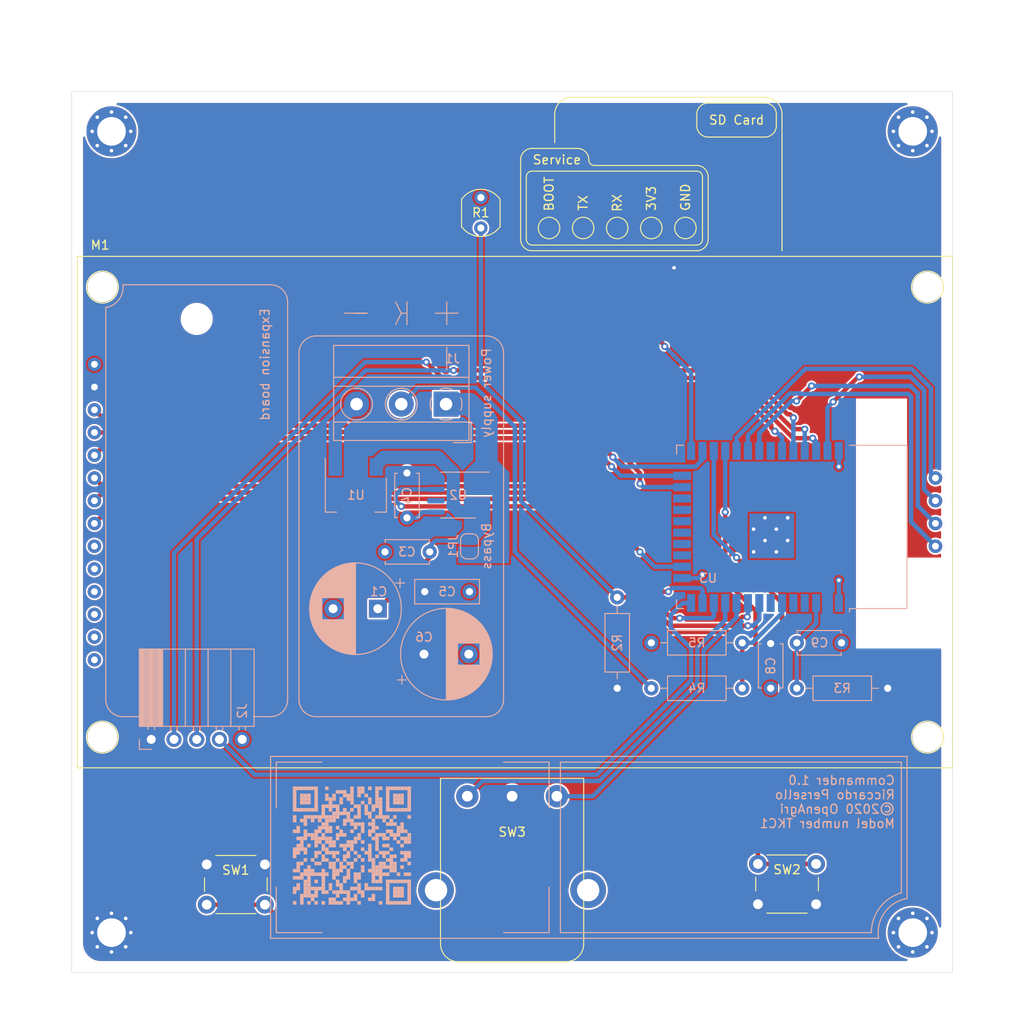
<source format=kicad_pcb>
(kicad_pcb (version 20171130) (host pcbnew "(5.1.5-0-10_14)")
  (layers (0 F.Cu signal) (31 B.Cu signal) (34 B.Paste user hide) (35 F.Paste user hide) (36 B.SilkS user) (37 F.SilkS user) (38 B.Mask user) (39 F.Mask user) (44 Edge.Cuts user))
  (net 0 "")
  (net 1 /PR_BOOT)
  (net 2 /PR_TX)
  (net 3 /PR_RX)
  (net 4 +3V3)
  (net 5 GND)
  (net 6 +12V)
  (net 7 "Net-(J1-Pad1)")
  (net 8 "Net-(U2-Pad6)")
  (net 9 "Net-(U3-Pad4)")
  (net 10 "Net-(U3-Pad5)")
  (net 11 "Net-(U3-Pad7)")
  (net 12 /PB_ENT)
  (net 13 /PB_BACK)
  (net 14 /ENC_A)
  (net 15 /ENC_B)
  (net 16 /TFT_BL)
  (net 17 /TFT_SCK)
  (net 18 /TFT_DI)
  (net 19 "Net-(U3-Pad17)")
  (net 20 "Net-(U3-Pad18)")
  (net 21 "Net-(U3-Pad19)")
  (net 22 "Net-(U3-Pad20)")
  (net 23 "Net-(U3-Pad21)")
  (net 24 "Net-(U3-Pad22)")
  (net 25 /TFT_CS)
  (net 26 /TFT_RS)
  (net 27 /TFT_RST)
  (net 28 "Net-(U3-Pad32)")
  (net 29 "Net-(C9-Pad2)")
  (net 30 "Net-(J1-Pad2)")
  (net 31 /EX_1)
  (net 32 /EX_2)
  (net 33 /EX_3)
  (net 34 /SD_SCK)
  (net 35 /SD_MISO)
  (net 36 /SD_MOSI)
  (net 37 /SD_CS)
  (net 38 /AN_LIGHT)
  (net 39 /AN_VOLT)
  (net 40 /AN_CURR)
  (net 41 "Net-(M1-Pad6)")
  (net 42 "Net-(M1-Pad5)")
  (net 43 "Net-(M1-Pad4)")
  (net 44 "Net-(M1-Pad3)")
  (net 45 "Net-(M1-Pad2)")
  (net 46 "Net-(M1-Pad1)")
  (module MountingHole:MountingHole_3.2mm_M3_DIN965_Pad (layer F.Cu) (at 99.695 144.78)
    (fp_text reference " " (at 0 -3.8) (layer F.SilkS))
    (fp_text value MountingHole_3.2mm_M3_DIN965_Pad)
    (pad 1 thru_hole circle (at 0 0) (size 5.6 5.6) (drill 3.2) (layers *.Cu *.Mask))
  )
  (module MountingHole:MountingHole_3.2mm_M3_DIN965_Pad (layer F.Cu) (at 189.23 144.78)
    (fp_text reference " " (at 0 -3.8) (layer F.SilkS))
    (fp_text value MountingHole_3.2mm_M3_DIN965_Pad)
    (pad 1 thru_hole circle (at 0 0) (size 5.6 5.6) (drill 3.2) (layers *.Cu *.Mask))
  )
  (module MountingHole:MountingHole_3.2mm_M3_DIN965_Pad (layer F.Cu) (at 189.23 55.245)
    (fp_text reference " " (at 0 -3.8) (layer F.SilkS))
    (fp_text value MountingHole_3.2mm_M3_DIN965_Pad)
    (pad 1 thru_hole circle (at 0 0) (size 5.6 5.6) (drill 3.2) (layers *.Cu *.Mask))
  )
  (module MountingHole:MountingHole_3.2mm_M3_DIN965_Pad (layer F.Cu) (at 99.695 55.245)
    (fp_text reference " " (at 0 -3.8) (layer F.SilkS))
    (fp_text value MountingHole_3.2mm_M3_DIN965_Pad)
    (pad 1 thru_hole circle (at 0 0) (size 5.6 5.6) (drill 3.2) (layers *.Cu *.Mask))
  )
  (module ILI9488_Display:QRCODE (layer B.Cu) (at 126.365 135.255 180)
    (fp_text reference " " (at 0 -8) (layer B.SilkS) (effects (justify mirror)))
    (fp_text value " " (at 0 8) (layer B.SilkS) (effects (justify mirror)))
  )
  (module MountingHole:MountingHole_3.2mm_M3 (layer F.Cu) (at 109.22 76.2)
    (fp_text reference " " (at 0 5.08) (layer F.SilkS))
    (fp_text value MountingHole_3.2mm_M3)
    (pad 1 np_thru_hole circle (at 0 0) (size 3.2 3.2) (drill 3.2) (layers *.Cu *.Mask))
  )
  (module ILI9488_Display:3.5_TFT_SPI_480_320 (layer F.Cu) (at 95.885 126.365)
    (fp_text reference M1 (at 2.54 -58.42) (layer F.SilkS))
    (fp_text value 3.5_TFT_SPI_480_320)
    (pad 18 thru_hole circle (at 95.885 -24.765) (size 1.524 1.524) (drill 0.762) (layers *.Cu *.Mask) (net 34 /SD_SCK))
    (pad 17 thru_hole circle (at 95.885 -27.305) (size 1.524 1.524) (drill 0.762) (layers *.Cu *.Mask) (net 35 /SD_MISO))
    (pad 16 thru_hole circle (at 95.885 -29.845) (size 1.524 1.524) (drill 0.762) (layers *.Cu *.Mask) (net 36 /SD_MOSI))
    (pad 15 thru_hole circle (at 95.885 -32.385) (size 1.524 1.524) (drill 0.762) (layers *.Cu *.Mask) (net 37 /SD_CS))
    (pad "" np_thru_hole circle (at 2.794 -3.429) (size 3 3) (drill 3) (layers *.Cu *.Mask))
    (pad "" np_thru_hole circle (at 94.996 -3.429) (size 3 3) (drill 3) (layers *.Cu *.Mask))
    (pad "" np_thru_hole circle (at 94.996 -53.721) (size 3 3) (drill 3) (layers *.Cu *.Mask))
    (pad "" np_thru_hole circle (at 2.794 -53.721) (size 3 3) (drill 3) (layers *.Cu *.Mask))
    (pad 14 thru_hole circle (at 1.905 -45.085) (size 1.524 1.524) (drill 0.762) (layers *.Cu *.Mask) (net 5 GND))
    (pad 13 thru_hole circle (at 1.905 -42.545) (size 1.524 1.524) (drill 0.762) (layers *.Cu *.Mask) (net 4 +3V3))
    (pad 12 thru_hole circle (at 1.905 -40.005) (size 1.524 1.524) (drill 0.762) (layers *.Cu *.Mask) (net 25 /TFT_CS))
    (pad 11 thru_hole circle (at 1.905 -37.465) (size 1.524 1.524) (drill 0.762) (layers *.Cu *.Mask) (net 27 /TFT_RST))
    (pad 10 thru_hole circle (at 1.905 -34.925) (size 1.524 1.524) (drill 0.762) (layers *.Cu *.Mask) (net 26 /TFT_RS))
    (pad 9 thru_hole circle (at 1.905 -32.385) (size 1.524 1.524) (drill 0.762) (layers *.Cu *.Mask) (net 18 /TFT_DI))
    (pad 8 thru_hole circle (at 1.905 -29.845) (size 1.524 1.524) (drill 0.762) (layers *.Cu *.Mask) (net 17 /TFT_SCK))
    (pad 7 thru_hole circle (at 1.905 -27.305) (size 1.524 1.524) (drill 0.762) (layers *.Cu *.Mask) (net 16 /TFT_BL))
    (pad 6 thru_hole circle (at 1.905 -24.765) (size 1.524 1.524) (drill 0.762) (layers *.Cu *.Mask) (net 41 "Net-(M1-Pad6)"))
    (pad 5 thru_hole circle (at 1.905 -22.225) (size 1.524 1.524) (drill 0.762) (layers *.Cu *.Mask) (net 42 "Net-(M1-Pad5)"))
    (pad 4 thru_hole circle (at 1.905 -19.685) (size 1.524 1.524) (drill 0.762) (layers *.Cu *.Mask) (net 43 "Net-(M1-Pad4)"))
    (pad 3 thru_hole circle (at 1.905 -17.145) (size 1.524 1.524) (drill 0.762) (layers *.Cu *.Mask) (net 44 "Net-(M1-Pad3)"))
    (pad 2 thru_hole circle (at 1.905 -14.605) (size 1.524 1.524) (drill 0.762) (layers *.Cu *.Mask) (net 45 "Net-(M1-Pad2)"))
    (pad 1 thru_hole circle (at 1.905 -12.065) (size 1.524 1.524) (drill 0.762) (layers *.Cu *.Mask) (net 46 "Net-(M1-Pad1)"))
  )
  (module RF_Module:ESP32-WROOM-32 (layer B.Cu) (at 172.72 99.45 90)
    (fp_text reference U3 (at -5.715 -6.35 180) (layer B.SilkS) (effects (justify mirror)))
    (fp_text value ESP32-WROOM-32)
    (pad 38 smd rect (at 8.5 8.255 90) (size 2 0.9) (layers B.Cu B.Paste B.Mask) (net 5 GND))
    (pad 37 smd rect (at 8.5 6.985 90) (size 2 0.9) (layers B.Cu B.Paste B.Mask) (net 36 /SD_MOSI))
    (pad 36 smd rect (at 8.5 5.715 90) (size 2 0.9) (layers B.Cu B.Paste B.Mask) (net 32 /EX_2))
    (pad 35 smd rect (at 8.5 4.445 90) (size 2 0.9) (layers B.Cu B.Paste B.Mask) (net 2 /PR_TX))
    (pad 34 smd rect (at 8.5 3.175 90) (size 2 0.9) (layers B.Cu B.Paste B.Mask) (net 3 /PR_RX))
    (pad 33 smd rect (at 8.5 1.905 90) (size 2 0.9) (layers B.Cu B.Paste B.Mask) (net 31 /EX_1))
    (pad 32 smd rect (at 8.5 0.635 90) (size 2 0.9) (layers B.Cu B.Paste B.Mask) (net 28 "Net-(U3-Pad32)"))
    (pad 31 smd rect (at 8.5 -0.635 90) (size 2 0.9) (layers B.Cu B.Paste B.Mask) (net 35 /SD_MISO))
    (pad 30 smd rect (at 8.5 -1.905 90) (size 2 0.9) (layers B.Cu B.Paste B.Mask) (net 34 /SD_SCK))
    (pad 29 smd rect (at 8.5 -3.175 90) (size 2 0.9) (layers B.Cu B.Paste B.Mask) (net 37 /SD_CS))
    (pad 28 smd rect (at 8.5 -4.445 90) (size 2 0.9) (layers B.Cu B.Paste B.Mask) (net 13 /PB_BACK))
    (pad 27 smd rect (at 8.5 -5.715 90) (size 2 0.9) (layers B.Cu B.Paste B.Mask) (net 12 /PB_ENT))
    (pad 26 smd rect (at 8.5 -6.985 90) (size 2 0.9) (layers B.Cu B.Paste B.Mask) (net 27 /TFT_RST))
    (pad 25 smd rect (at 8.5 -8.255 90) (size 2 0.9) (layers B.Cu B.Paste B.Mask) (net 1 /PR_BOOT))
    (pad 24 smd rect (at 5.715 -9.255) (size 2 0.9) (layers B.Cu B.Paste B.Mask) (net 26 /TFT_RS))
    (pad 23 smd rect (at 4.445 -9.255) (size 2 0.9) (layers B.Cu B.Paste B.Mask) (net 25 /TFT_CS))
    (pad 22 smd rect (at 3.175 -9.255) (size 2 0.9) (layers B.Cu B.Paste B.Mask) (net 24 "Net-(U3-Pad22)"))
    (pad 21 smd rect (at 1.905 -9.255) (size 2 0.9) (layers B.Cu B.Paste B.Mask) (net 23 "Net-(U3-Pad21)"))
    (pad 20 smd rect (at 0.635 -9.255) (size 2 0.9) (layers B.Cu B.Paste B.Mask) (net 22 "Net-(U3-Pad20)"))
    (pad 19 smd rect (at -0.635 -9.255) (size 2 0.9) (layers B.Cu B.Paste B.Mask) (net 21 "Net-(U3-Pad19)"))
    (pad 18 smd rect (at -1.905 -9.255) (size 2 0.9) (layers B.Cu B.Paste B.Mask) (net 20 "Net-(U3-Pad18)"))
    (pad 17 smd rect (at -3.175 -9.255) (size 2 0.9) (layers B.Cu B.Paste B.Mask) (net 19 "Net-(U3-Pad17)"))
    (pad 16 smd rect (at -4.445 -9.255) (size 2 0.9) (layers B.Cu B.Paste B.Mask) (net 18 /TFT_DI))
    (pad 15 smd rect (at -5.715 -9.255) (size 2 0.9) (layers B.Cu B.Paste B.Mask) (net 5 GND))
    (pad 14 smd rect (at -8.5 -8.255 90) (size 2 0.9) (layers B.Cu B.Paste B.Mask) (net 33 /EX_3))
    (pad 13 smd rect (at -8.5 -6.985 90) (size 2 0.9) (layers B.Cu B.Paste B.Mask) (net 17 /TFT_SCK))
    (pad 12 smd rect (at -8.5 -5.715 90) (size 2 0.9) (layers B.Cu B.Paste B.Mask) (net 16 /TFT_BL))
    (pad 11 smd rect (at -8.5 -4.445 90) (size 2 0.9) (layers B.Cu B.Paste B.Mask) (net 15 /ENC_B))
    (pad 10 smd rect (at -8.5 -3.175 90) (size 2 0.9) (layers B.Cu B.Paste B.Mask) (net 14 /ENC_A))
    (pad 9 smd rect (at -8.5 -1.905 90) (size 2 0.9) (layers B.Cu B.Paste B.Mask) (net 40 /AN_CURR))
    (pad 8 smd rect (at -8.5 -0.635 90) (size 2 0.9) (layers B.Cu B.Paste B.Mask) (net 38 /AN_LIGHT))
    (pad 7 smd rect (at -8.5 0.635 90) (size 2 0.9) (layers B.Cu B.Paste B.Mask) (net 11 "Net-(U3-Pad7)"))
    (pad 6 smd rect (at -8.5 1.905 90) (size 2 0.9) (layers B.Cu B.Paste B.Mask) (net 39 /AN_VOLT))
    (pad 5 smd rect (at -8.5 3.175 90) (size 2 0.9) (layers B.Cu B.Paste B.Mask) (net 10 "Net-(U3-Pad5)"))
    (pad 4 smd rect (at -8.5 4.445 90) (size 2 0.9) (layers B.Cu B.Paste B.Mask) (net 9 "Net-(U3-Pad4)"))
    (pad 3 smd rect (at -8.5 5.715 90) (size 2 0.9) (layers B.Cu B.Paste B.Mask) (net 29 "Net-(C9-Pad2)"))
    (pad 2 smd rect (at -8.5 6.985 90) (size 2 0.9) (layers B.Cu B.Paste B.Mask) (net 4 +3V3))
    (pad 1 smd rect (at -8.5 8.255 90) (size 2 0.9) (layers B.Cu B.Paste B.Mask) (net 5 GND))
    (pad 39 smd rect (at -1 0.755 90) (size 5 5) (layers B.Cu B.Paste B.Mask) (net 5 GND))
  )
  (module Capacitor_THT:C_Disc_D4.7mm_W2.5mm_P5.00mm (layer B.Cu) (at 132.715 93.425 270)
    (fp_text reference C4 (at 2.54 0 90) (layer B.SilkS) (effects (justify mirror)))
    (fp_text value 100n)
    (pad 2 thru_hole circle (at 5 0 270) (size 1.6 1.6) (drill 0.8) (layers *.Cu *.Mask) (net 5 GND))
    (pad 1 thru_hole circle (at 0 0 270) (size 1.6 1.6) (drill 0.8) (layers *.Cu *.Mask) (net 4 +3V3))
  )
  (module TestPoint:TestPoint_Pad_D2.0mm (layer F.Cu) (at 148.59 66.04)
    (fp_text reference BOOT (at 0 -3.81 90) (layer F.SilkS))
    (fp_text value SERVICE_BOOT)
    (pad 1 smd circle (at 0 0) (size 2 2) (layers F.Cu F.Mask) (net 1 /PR_BOOT))
  )
  (module TestPoint:TestPoint_Pad_D2.0mm (layer F.Cu) (at 152.4 66.04)
    (fp_text reference TX (at 0 -2.794 90) (layer F.SilkS))
    (fp_text value SERVICE_TX)
    (pad 1 smd circle (at 0 0) (size 2 2) (layers F.Cu F.Mask) (net 2 /PR_TX))
  )
  (module TestPoint:TestPoint_Pad_D2.0mm (layer F.Cu) (at 156.21 66.04)
    (fp_text reference RX (at 0 -2.794 90) (layer F.SilkS))
    (fp_text value SERVICE_RX)
    (pad 1 smd circle (at 0 0) (size 2 2) (layers F.Cu F.Mask) (net 3 /PR_RX))
  )
  (module TestPoint:TestPoint_Pad_D2.0mm (layer F.Cu) (at 160.02 66.04)
    (fp_text reference 3V3 (at 0 -3.302 90) (layer F.SilkS))
    (fp_text value SERVICE_3V3)
    (pad 1 smd circle (at 0 0) (size 2 2) (layers F.Cu F.Mask) (net 4 +3V3))
  )
  (module TestPoint:TestPoint_Pad_D2.0mm (layer F.Cu) (at 163.83 66.04)
    (fp_text reference GND (at 0 -3.429 90) (layer F.SilkS))
    (fp_text value SERVICE_GND)
    (pad 1 smd circle (at 0 0) (size 2 2) (layers F.Cu F.Mask) (net 5 GND))
  )
  (module Package_TO_SOT_SMD:SOT-223-3_TabPin2 (layer B.Cu) (at 127 95.885 270)
    (fp_text reference U1 (at 0 0 180) (layer B.SilkS) (effects (justify mirror)))
    (fp_text value AMS1117-3.3)
    (pad 1 smd rect (at -3.15 2.3 270) (size 2 1.5) (layers B.Cu B.Paste B.Mask) (net 5 GND))
    (pad 3 smd rect (at -3.15 -2.3 270) (size 2 1.5) (layers B.Cu B.Paste B.Mask) (net 6 +12V))
    (pad 2 smd rect (at -3.15 0 270) (size 2 1.5) (layers B.Cu B.Paste B.Mask) (net 4 +3V3))
    (pad 2 smd rect (at 3.15 0 270) (size 2 3.8) (layers B.Cu B.Paste B.Mask) (net 4 +3V3))
  )
  (module Package_SO:SOIC-8_3.9x4.9mm_P1.27mm (layer B.Cu) (at 138.43 95.885 180)
    (fp_text reference U2 (at 0 0) (layer B.SilkS) (effects (justify mirror)))
    (fp_text value ACS711xLCTR-12AB)
    (pad 8 smd roundrect (at 2.475 1.905 180) (size 1.95 0.6) (layers B.Cu B.Paste B.Mask) (net 4 +3V3))
    (pad 7 smd roundrect (at 2.475 0.635 180) (size 1.95 0.6) (layers B.Cu B.Paste B.Mask) (net 40 /AN_CURR))
    (pad 6 smd roundrect (at 2.475 -0.635 180) (size 1.95 0.6) (layers B.Cu B.Paste B.Mask) (net 8 "Net-(U2-Pad6)"))
    (pad 5 smd roundrect (at 2.475 -1.905 180) (size 1.95 0.6) (layers B.Cu B.Paste B.Mask) (net 5 GND))
    (pad 4 smd roundrect (at -2.475 -1.905 180) (size 1.95 0.6) (layers B.Cu B.Paste B.Mask) (net 6 +12V))
    (pad 3 smd roundrect (at -2.475 -0.635 180) (size 1.95 0.6) (layers B.Cu B.Paste B.Mask) (net 6 +12V))
    (pad 2 smd roundrect (at -2.475 0.635 180) (size 1.95 0.6) (layers B.Cu B.Paste B.Mask) (net 7 "Net-(J1-Pad1)"))
    (pad 1 smd roundrect (at -2.475 1.905 180) (size 1.95 0.6) (layers B.Cu B.Paste B.Mask) (net 7 "Net-(J1-Pad1)"))
  )
  (module Capacitor_THT:CP_Radial_D10.0mm_P5.00mm (layer B.Cu) (at 129.46 108.585 180)
    (fp_text reference C1 (at -0.08 1.905) (layer B.SilkS) (effects (justify mirror)))
    (fp_text value 100u)
    (pad 2 thru_hole circle (at 5 0 180) (size 2 2) (drill 1) (layers *.Cu *.Mask) (net 5 GND))
    (pad 1 thru_hole rect (at 0 0 180) (size 2 2) (drill 1) (layers *.Cu *.Mask) (net 6 +12V))
  )
  (module Capacitor_THT:C_Disc_D4.7mm_W2.5mm_P5.00mm (layer B.Cu) (at 135.255 102.235 180)
    (fp_text reference C3 (at 2.54 0) (layer B.SilkS) (effects (justify mirror)))
    (fp_text value 1u)
    (pad 2 thru_hole circle (at 5 0 180) (size 1.6 1.6) (drill 0.8) (layers *.Cu *.Mask) (net 5 GND))
    (pad 1 thru_hole circle (at 0 0 180) (size 1.6 1.6) (drill 0.8) (layers *.Cu *.Mask) (net 6 +12V))
  )
  (module Capacitor_THT:C_Disc_D7.0mm_W2.5mm_P5.00mm (layer B.Cu) (at 134.7 106.68)
    (fp_text reference C5 (at 2.5 0.000001) (layer B.SilkS) (effects (justify mirror)))
    (fp_text value 2.2u)
    (pad 2 thru_hole circle (at 5 0) (size 1.6 1.6) (drill 0.8) (layers *.Cu *.Mask) (net 5 GND))
    (pad 1 thru_hole circle (at 0 0) (size 1.6 1.6) (drill 0.8) (layers *.Cu *.Mask) (net 4 +3V3))
  )
  (module Capacitor_THT:CP_Radial_D10.0mm_P5.00mm (layer B.Cu) (at 134.62 113.665)
    (fp_text reference C6 (at 0 -1.905) (layer B.SilkS) (effects (justify mirror)))
    (fp_text value 220u)
    (pad 2 thru_hole circle (at 5 0) (size 2 2) (drill 1) (layers *.Cu *.Mask) (net 5 GND))
    (pad 1 thru_hole rect (at 0 0) (size 2 2) (drill 1) (layers *.Cu *.Mask) (net 4 +3V3))
  )
  (module Capacitor_THT:C_Disc_D4.7mm_W2.5mm_P5.00mm (layer B.Cu) (at 173.355 112.475 270)
    (fp_text reference C8 (at 2.5 0.000001 90) (layer B.SilkS) (effects (justify mirror)))
    (fp_text value C)
    (pad 2 thru_hole circle (at 5 0 270) (size 1.6 1.6) (drill 0.8) (layers *.Cu *.Mask) (net 5 GND))
    (pad 1 thru_hole circle (at 0 0 270) (size 1.6 1.6) (drill 0.8) (layers *.Cu *.Mask) (net 4 +3V3))
  )
  (module Capacitor_THT:C_Disc_D4.7mm_W2.5mm_P5.00mm (layer B.Cu) (at 181.276 112.395 180)
    (fp_text reference C9 (at 2.46 0) (layer B.SilkS) (effects (justify mirror)))
    (fp_text value 100n)
    (pad 2 thru_hole circle (at 5 0 180) (size 1.6 1.6) (drill 0.8) (layers *.Cu *.Mask) (net 29 "Net-(C9-Pad2)"))
    (pad 1 thru_hole circle (at 0 0 180) (size 1.6 1.6) (drill 0.8) (layers *.Cu *.Mask) (net 5 GND))
  )
  (module TerminalBlock_MetzConnect:TerminalBlock_MetzConnect_Type011_RT05503HBWC_1x03_P5.00mm_Horizontal (layer B.Cu) (at 137.08 85.725 180)
    (fp_text reference J1 (at -0.715 5.08 180) (layer B.SilkS) (effects (justify mirror)))
    (fp_text value POWER)
    (pad 3 thru_hole circle (at 10 0 180) (size 2.8 2.8) (drill 1.4) (layers *.Cu *.Mask) (net 5 GND))
    (pad 2 thru_hole circle (at 5 0 180) (size 2.8 2.8) (drill 1.4) (layers *.Cu *.Mask) (net 30 "Net-(J1-Pad2)"))
    (pad 1 thru_hole rect (at 0 0 180) (size 2.8 2.8) (drill 1.4) (layers *.Cu *.Mask) (net 7 "Net-(J1-Pad1)"))
  )
  (module Connector_PinSocket_2.54mm:PinSocket_1x05_P2.54mm_Horizontal (layer B.Cu) (at 104.14 123.19 270)
    (fp_text reference J2 (at -3.175 -10.16 90) (layer B.SilkS) (effects (justify mirror)))
    (fp_text value EXPAND)
    (pad 5 thru_hole oval (at 0 -10.16 270) (size 1.7 1.7) (drill 1) (layers *.Cu *.Mask) (net 5 GND))
    (pad 4 thru_hole oval (at 0 -7.62 270) (size 1.7 1.7) (drill 1) (layers *.Cu *.Mask) (net 33 /EX_3))
    (pad 3 thru_hole oval (at 0 -5.08 270) (size 1.7 1.7) (drill 1) (layers *.Cu *.Mask) (net 32 /EX_2))
    (pad 2 thru_hole oval (at 0 -2.54 270) (size 1.7 1.7) (drill 1) (layers *.Cu *.Mask) (net 31 /EX_1))
    (pad 1 thru_hole rect (at 0 0 270) (size 1.7 1.7) (drill 1) (layers *.Cu *.Mask) (net 4 +3V3))
  )
  (module Jumper:SolderJumper-2_P1.3mm_Open_RoundedPad1.0x1.5mm (layer B.Cu) (at 139.7 101.615 270)
    (fp_text reference JP1 (at 0 1.8 270) (layer B.SilkS) (effects (justify mirror)))
    (fp_text value BYPASS)
    (pad 2 smd custom (at 0.65 0 270) (size 1 0.5) (layers B.Cu B.Mask) (net 7 "Net-(J1-Pad1)") (options (clearance outline) (anchor rect)) (primitives (gr_circle (center 0 -0.25) (end 0.5 -0.25) (width 0)) (gr_circle (center 0 0.25) (end 0.5 0.25) (width 0)) (gr_poly (pts (xy 0 0.75) (xy -0.5 0.75) (xy -0.5 -0.75) (xy 0 -0.75)) (width 0))))
    (pad 1 smd custom (at -0.65 0 270) (size 1 0.5) (layers B.Cu B.Mask) (net 6 +12V) (options (clearance outline) (anchor rect)) (primitives (gr_circle (center 0 -0.25) (end 0.5 -0.25) (width 0)) (gr_circle (center 0 0.25) (end 0.5 0.25) (width 0)) (gr_poly (pts (xy 0 0.75) (xy 0.5 0.75) (xy 0.5 -0.75) (xy 0 -0.75)) (width 0))))
  )
  (module OptoDevice:R_LDR_5.1x4.3mm_P3.4mm_Vertical (layer F.Cu) (at 140.97 66.04 90)
    (fp_text reference R1 (at 1.7 0 180) (layer F.SilkS))
    (fp_text value LDR)
    (pad 2 thru_hole circle (at 3.4 0 90) (size 1.5 1.5) (drill 0.8) (layers *.Cu *.Mask) (net 5 GND))
    (pad 1 thru_hole circle (at 0 0 90) (size 1.5 1.5) (drill 0.8) (layers *.Cu *.Mask) (net 38 /AN_LIGHT))
  )
  (module Resistor_THT:R_Axial_DIN0207_L6.3mm_D2.5mm_P10.16mm_Horizontal (layer B.Cu) (at 156.21 107.315 270)
    (fp_text reference R2 (at 5.08 0 90) (layer B.SilkS) (effects (justify mirror)))
    (fp_text value 1k)
    (pad 2 thru_hole oval (at 10.16 0 270) (size 1.6 1.6) (drill 0.8) (layers *.Cu *.Mask) (net 4 +3V3))
    (pad 1 thru_hole circle (at 0 0 270) (size 1.6 1.6) (drill 0.8) (layers *.Cu *.Mask) (net 38 /AN_LIGHT))
  )
  (module Resistor_THT:R_Axial_DIN0207_L6.3mm_D2.5mm_P10.16mm_Horizontal (layer B.Cu) (at 186.436 117.475 180)
    (fp_text reference R3 (at 5.08 0) (layer B.SilkS) (effects (justify mirror)))
    (fp_text value 10k)
    (pad 2 thru_hole oval (at 10.16 0 180) (size 1.6 1.6) (drill 0.8) (layers *.Cu *.Mask) (net 29 "Net-(C9-Pad2)"))
    (pad 1 thru_hole circle (at 0 0 180) (size 1.6 1.6) (drill 0.8) (layers *.Cu *.Mask) (net 4 +3V3))
  )
  (module Resistor_THT:R_Axial_DIN0207_L6.3mm_D2.5mm_P10.16mm_Horizontal (layer B.Cu) (at 160.02 117.475)
    (fp_text reference R4 (at 5.08 0) (layer B.SilkS) (effects (justify mirror)))
    (fp_text value 10k)
    (pad 2 thru_hole oval (at 10.16 0) (size 1.6 1.6) (drill 0.8) (layers *.Cu *.Mask) (net 39 /AN_VOLT))
    (pad 1 thru_hole circle (at 0 0) (size 1.6 1.6) (drill 0.8) (layers *.Cu *.Mask) (net 30 "Net-(J1-Pad2)"))
  )
  (module Resistor_THT:R_Axial_DIN0207_L6.3mm_D2.5mm_P10.16mm_Horizontal (layer B.Cu) (at 170.18 112.395 180)
    (fp_text reference R5 (at 5.08 0) (layer B.SilkS) (effects (justify mirror)))
    (fp_text value 1k)
    (pad 2 thru_hole oval (at 10.16 0 180) (size 1.6 1.6) (drill 0.8) (layers *.Cu *.Mask) (net 5 GND))
    (pad 1 thru_hole circle (at 0 0 180) (size 1.6 1.6) (drill 0.8) (layers *.Cu *.Mask) (net 39 /AN_VOLT))
  )
  (module Button_Switch_THT:SW_PUSH_6mm_H4.3mm (layer F.Cu) (at 110.34 137.16)
    (fp_text reference SW1 (at 3.25 0.635) (layer F.SilkS))
    (fp_text value BUTTON_BACK)
    (pad 1 thru_hole circle (at 6.5 0 90) (size 2 2) (drill 1.1) (layers *.Cu *.Mask) (net 4 +3V3))
    (pad 2 thru_hole circle (at 6.5 4.5 90) (size 2 2) (drill 1.1) (layers *.Cu *.Mask) (net 13 /PB_BACK))
    (pad 1 thru_hole circle (at 0 0 90) (size 2 2) (drill 1.1) (layers *.Cu *.Mask) (net 4 +3V3))
    (pad 2 thru_hole circle (at 0 4.5 90) (size 2 2) (drill 1.1) (layers *.Cu *.Mask) (net 13 /PB_BACK))
  )
  (module Button_Switch_THT:SW_PUSH_6mm_H4.3mm (layer F.Cu) (at 171.935 137.105)
    (fp_text reference SW2 (at 3.25 0.635) (layer F.SilkS))
    (fp_text value BUTTON_ENTER)
    (pad 1 thru_hole circle (at 6.5 0 90) (size 2 2) (drill 1.1) (layers *.Cu *.Mask) (net 12 /PB_ENT))
    (pad 2 thru_hole circle (at 6.5 4.5 90) (size 2 2) (drill 1.1) (layers *.Cu *.Mask) (net 4 +3V3))
    (pad 1 thru_hole circle (at 0 0 90) (size 2 2) (drill 1.1) (layers *.Cu *.Mask) (net 12 /PB_ENT))
    (pad 2 thru_hole circle (at 0 4.5 90) (size 2 2) (drill 1.1) (layers *.Cu *.Mask) (net 4 +3V3))
  )
  (module ILI9488_Display:RotaryEncoder_Alps_EC16B04 (layer F.Cu) (at 144.4625 129.54 180)
    (fp_text reference SW3 (at 0 -4) (layer F.SilkS))
    (fp_text value Rotary_Encoder)
    (pad "" thru_hole circle (at -8.5 -10.5 180) (size 4 4) (drill 2.5) (layers *.Cu *.Mask))
    (pad "" thru_hole circle (at 8.5 -10.5 180) (size 4 4) (drill 2.5) (layers *.Cu *.Mask))
    (pad B thru_hole circle (at 5 0 180) (size 2.5 2.5) (drill 1.2) (layers *.Cu *.Mask) (net 15 /ENC_B))
    (pad C thru_hole circle (at 0 0 180) (size 2.5 2.5) (drill 1.2) (layers *.Cu *.Mask) (net 4 +3V3))
    (pad A thru_hole circle (at -5 0 180) (size 2.5 2.5) (drill 1.2) (layers *.Cu *.Mask) (net 14 /ENC_A))
  )
  (gr_arc (start 189.23 144.78) (end 187.960001 140.335001) (angle -74.0546041) (layer B.SilkS) (width 0.12))
  (gr_arc (start 189.23 144.78) (end 188.595001 140.970001) (angle -90) (layer B.SilkS) (width 0.12))
  (gr_arc (start 98.679 72.644) (end 99.059999 74.929999) (angle -86.87786954) (layer B.SilkS) (width 0.12))
  (gr_text "Power supply" (at 141.605 79.375 90) (layer B.SilkS) (effects (font (size 1 1)) (justify left mirror)))
  (gr_line (start 95.25 149.225) (end 95.25 50.8) (layer Edge.Cuts) (width 0.05))
  (gr_line (start 193.675 149.225) (end 95.25 149.225) (layer Edge.Cuts) (width 0.05))
  (gr_line (start 193.675 50.8) (end 193.675 149.225) (layer Edge.Cuts) (width 0.05))
  (gr_line (start 95.25 50.8) (end 193.675 50.8) (layer Edge.Cuts) (width 0.05))
  (gr_line (start 165.1 54.61) (end 165.1 53.34) (layer F.SilkS) (width 0.12))
  (gr_line (start 172.72 55.88) (end 166.37 55.88) (layer F.SilkS) (width 0.12))
  (gr_line (start 173.99 53.34) (end 173.99 54.61) (layer F.SilkS) (width 0.12))
  (gr_line (start 166.37 52.07) (end 172.72 52.07) (layer F.SilkS) (width 0.12))
  (gr_arc (start 166.37 54.61) (end 165.1 54.61) (angle -90) (layer F.SilkS) (width 0.12))
  (gr_arc (start 166.37 53.34) (end 166.37 52.07) (angle -90) (layer F.SilkS) (width 0.12))
  (gr_arc (start 172.72 54.61) (end 172.72 55.88) (angle -90) (layer F.SilkS) (width 0.12))
  (gr_arc (start 172.72 53.34) (end 173.99 53.34) (angle -90) (layer F.SilkS) (width 0.12))
  (gr_text "SD Card" (at 172.72 53.975) (layer F.SilkS) (effects (font (size 1 1)) (justify right)))
  (gr_arc (start 151.13 53.34) (end 151.13 51.435) (angle -90) (layer F.SilkS) (width 0.12))
  (gr_line (start 172.72 51.435) (end 151.13 51.435) (layer F.SilkS) (width 0.12))
  (gr_arc (start 172.72 53.34) (end 174.625 53.34) (angle -90) (layer F.SilkS) (width 0.12))
  (gr_line (start 174.625 68.58) (end 174.625 53.34) (layer F.SilkS) (width 0.12))
  (gr_line (start 149.225 56.515) (end 149.225 53.34) (layer F.SilkS) (width 0.12))
  (gr_text "Expansion board" (at 116.84 74.93 90) (layer B.SilkS) (effects (font (size 1 1)) (justify left mirror)))
  (gr_line (start 117.475 72.39) (end 100.965 72.39) (layer B.SilkS) (width 0.12))
  (gr_line (start 99.06 118.745) (end 99.06 74.93) (layer B.SilkS) (width 0.12))
  (gr_arc (start 117.475 74.295) (end 119.38 74.295) (angle -90) (layer B.SilkS) (width 0.12))
  (gr_line (start 119.38 118.745) (end 119.38 74.295) (layer B.SilkS) (width 0.12))
  (gr_arc (start 100.965 118.745) (end 99.06 118.745) (angle -90) (layer B.SilkS) (width 0.12))
  (gr_line (start 102.87 120.65) (end 100.965 120.65) (layer B.SilkS) (width 0.12))
  (gr_line (start 117.475 120.65) (end 115.57 120.65) (layer B.SilkS) (width 0.12))
  (gr_arc (start 117.475 118.745) (end 117.475 120.65) (angle -90) (layer B.SilkS) (width 0.12))
  (gr_text Bypass (at 141.605 101.6 90) (layer B.SilkS) (effects (font (size 1 1)) (justify mirror)))
  (gr_line (start 132.08 75.565) (end 132.715 75.565) (layer B.SilkS) (width 0.12))
  (gr_line (start 131.445 74.295) (end 132.08 75.565) (layer B.SilkS) (width 0.12))
  (gr_line (start 132.715 76.835) (end 132.715 74.295) (layer B.SilkS) (width 0.12))
  (gr_line (start 132.08 75.565) (end 131.445 76.835) (layer B.SilkS) (width 0.12))
  (gr_line (start 138.43 75.565) (end 135.89 75.565) (layer B.SilkS) (width 0.12))
  (gr_line (start 137.16 81.915) (end 137.16 80.645) (layer B.SilkS) (width 0.12))
  (gr_line (start 137.16 74.295) (end 137.16 76.835) (layer B.SilkS) (width 0.12))
  (gr_line (start 137.16 80.645) (end 137.16 79.375) (layer B.SilkS) (width 0.12))
  (gr_line (start 128.27 75.565) (end 125.73 75.565) (layer B.SilkS) (width 0.12))
  (gr_line (start 127 75.565) (end 128.27 75.565) (layer B.SilkS) (width 0.12))
  (gr_arc (start 141.605 118.745) (end 141.605 120.65) (angle -90) (layer B.SilkS) (width 0.12))
  (gr_arc (start 122.555 118.745) (end 120.65 118.745) (angle -90) (layer B.SilkS) (width 0.12))
  (gr_arc (start 122.555 80.01) (end 122.555 78.105) (angle -90) (layer B.SilkS) (width 0.12))
  (gr_arc (start 141.605 80.01) (end 143.51 80.01) (angle -90) (layer B.SilkS) (width 0.12))
  (gr_line (start 146.685 57.15) (end 151.765 57.15) (layer F.SilkS) (width 0.12))
  (gr_line (start 145.415 67.31) (end 145.415 58.42) (layer F.SilkS) (width 0.12))
  (gr_line (start 165.1 68.58) (end 146.685 68.58) (layer F.SilkS) (width 0.12))
  (gr_line (start 166.37 60.325) (end 166.37 67.31) (layer F.SilkS) (width 0.12))
  (gr_line (start 153.67 59.055) (end 165.1 59.055) (layer F.SilkS) (width 0.12))
  (gr_arc (start 153.67 58.42) (end 153.035 58.42) (angle -90) (layer F.SilkS) (width 0.12))
  (gr_arc (start 151.765 58.42) (end 153.035 58.42) (angle -90) (layer F.SilkS) (width 0.12))
  (gr_arc (start 146.685 58.42) (end 146.685 57.15) (angle -90) (layer F.SilkS) (width 0.12))
  (gr_arc (start 146.685 67.31) (end 145.415 67.31) (angle -90) (layer F.SilkS) (width 0.12))
  (gr_arc (start 165.1 67.31) (end 165.1 68.58) (angle -90) (layer F.SilkS) (width 0.12))
  (gr_arc (start 165.1 60.325) (end 166.37 60.325) (angle -90) (layer F.SilkS) (width 0.12))
  (gr_line (start 146.685 59.69) (end 165.1 59.69) (layer F.SilkS) (width 0.12))
  (gr_line (start 146.05 67.31) (end 146.05 60.325) (layer F.SilkS) (width 0.12))
  (gr_line (start 165.1 67.945) (end 146.685 67.945) (layer F.SilkS) (width 0.12))
  (gr_line (start 165.735 60.325) (end 165.735 67.31) (layer F.SilkS) (width 0.12))
  (gr_arc (start 165.1 67.31) (end 165.1 67.945) (angle -90) (layer F.SilkS) (width 0.12))
  (gr_arc (start 146.685 67.31) (end 146.05 67.31) (angle -90) (layer F.SilkS) (width 0.12))
  (gr_arc (start 146.685 60.325) (end 146.685 59.69) (angle -90) (layer F.SilkS) (width 0.12))
  (gr_arc (start 165.1 60.325) (end 165.735 60.325) (angle -90) (layer F.SilkS) (width 0.12))
  (gr_line (start 120.65 118.745) (end 120.65 80.01) (layer B.SilkS) (width 0.12))
  (gr_line (start 141.605 120.65) (end 122.555 120.65) (layer B.SilkS) (width 0.12))
  (gr_line (start 143.51 80.01) (end 143.51 118.745) (layer B.SilkS) (width 0.12))
  (gr_line (start 122.555 78.105) (end 141.605 78.105) (layer B.SilkS) (width 0.12))
  (gr_line (start 117.475 145.415) (end 117.475 125.095) (layer B.SilkS) (width 0.12))
  (gr_line (start 185.42 145.415) (end 117.475 145.415) (layer B.SilkS) (width 0.12))
  (gr_line (start 188.595 125.095) (end 188.595 140.97) (layer B.SilkS) (width 0.12))
  (gr_line (start 117.475 125.095) (end 188.595 125.095) (layer B.SilkS) (width 0.12))
  (gr_line (start 118.11 144.78) (end 123.19 144.78) (layer B.SilkS) (width 0.12))
  (gr_line (start 118.11 144.78) (end 118.11 139.7) (layer B.SilkS) (width 0.12))
  (gr_line (start 118.11 125.73) (end 118.11 130.81) (layer B.SilkS) (width 0.12))
  (gr_line (start 118.11 125.73) (end 123.19 125.73) (layer B.SilkS) (width 0.12))
  (gr_line (start 148.59 144.78) (end 143.51 144.78) (layer B.SilkS) (width 0.12))
  (gr_line (start 148.59 144.78) (end 148.59 139.7) (layer B.SilkS) (width 0.12))
  (gr_line (start 148.59 125.73) (end 148.59 130.81) (layer B.SilkS) (width 0.12))
  (gr_line (start 143.51 125.73) (end 148.59 125.73) (layer B.SilkS) (width 0.12))
  (gr_text "Commander 1.0\nRiccardo Persello\n©2020 OpenAgri\nModel number TKC1" (at 187.325 130.175) (layer B.SilkS) (effects (font (size 1 1)) (justify left mirror)))
  (gr_line (start 149.86 144.78) (end 184.607131 144.779999) (layer B.SilkS) (width 0.12))
  (gr_line (start 149.86 125.73) (end 149.86 144.78) (layer B.SilkS) (width 0.12))
  (gr_line (start 187.96 125.73) (end 149.86 125.73) (layer B.SilkS) (width 0.12))
  (gr_line (start 187.96 140.335) (end 187.96 125.73) (layer B.SilkS) (width 0.12))
  (gr_text Service (at 146.685 58.42) (layer F.SilkS) (effects (font (size 1 1)) (justify left)))
  (via (at 101.854 55.245) (size 0.8) (drill 0.4) (layers F.Cu B.Cu) (net 0))
  (via (at 97.536 55.245) (size 0.8) (drill 0.4) (layers F.Cu B.Cu) (net 0))
  (via (at 99.695 53.086) (size 0.8) (drill 0.4) (layers F.Cu B.Cu) (net 0))
  (via (at 99.695 57.404) (size 0.8) (drill 0.4) (layers F.Cu B.Cu) (net 0))
  (via (at 101.2825 56.8325) (size 0.8) (drill 0.4) (layers F.Cu B.Cu) (net 0))
  (via (at 101.2825 53.6575) (size 0.8) (drill 0.4) (layers F.Cu B.Cu) (net 0))
  (via (at 98.1075 53.6575) (size 0.8) (drill 0.4) (layers F.Cu B.Cu) (net 0))
  (via (at 98.1075 56.8325) (size 0.8) (drill 0.4) (layers F.Cu B.Cu) (net 0))
  (via (at 189.23 53.086) (size 0.8) (drill 0.4) (layers F.Cu B.Cu) (net 0))
  (via (at 189.23 57.404) (size 0.8) (drill 0.4) (layers F.Cu B.Cu) (net 0))
  (via (at 191.389 55.245) (size 0.8) (drill 0.4) (layers F.Cu B.Cu) (net 0))
  (via (at 190.8175 56.8325) (size 0.8) (drill 0.4) (layers F.Cu B.Cu) (net 0))
  (via (at 190.8175 53.6575) (size 0.8) (drill 0.4) (layers F.Cu B.Cu) (net 0))
  (via (at 187.6425 56.8325) (size 0.8) (drill 0.4) (layers F.Cu B.Cu) (net 0))
  (via (at 187.6425 53.6575) (size 0.8) (drill 0.4) (layers F.Cu B.Cu) (net 0))
  (via (at 187.071 55.245) (size 0.8) (drill 0.4) (layers F.Cu B.Cu) (net 0))
  (via (at 189.23 142.621) (size 0.8) (drill 0.4) (layers F.Cu B.Cu) (net 0))
  (via (at 189.23 146.939) (size 0.8) (drill 0.4) (layers F.Cu B.Cu) (net 0))
  (via (at 191.389 144.78) (size 0.8) (drill 0.4) (layers F.Cu B.Cu) (net 0))
  (via (at 190.8175 146.3675) (size 0.8) (drill 0.4) (layers F.Cu B.Cu) (net 0))
  (via (at 190.8175 143.1925) (size 0.8) (drill 0.4) (layers F.Cu B.Cu) (net 0))
  (via (at 187.6425 146.3675) (size 0.8) (drill 0.4) (layers F.Cu B.Cu) (net 0))
  (via (at 187.6425 143.1925) (size 0.8) (drill 0.4) (layers F.Cu B.Cu) (net 0))
  (via (at 187.071 144.78) (size 0.8) (drill 0.4) (layers F.Cu B.Cu) (net 0))
  (via (at 99.695 142.621) (size 0.8) (drill 0.4) (layers F.Cu B.Cu) (net 0))
  (via (at 99.695 146.939) (size 0.8) (drill 0.4) (layers F.Cu B.Cu) (net 0))
  (via (at 101.854 144.78) (size 0.8) (drill 0.4) (layers F.Cu B.Cu) (net 0))
  (via (at 101.2825 146.3675) (size 0.8) (drill 0.4) (layers F.Cu B.Cu) (net 0))
  (via (at 101.2825 143.1925) (size 0.8) (drill 0.4) (layers F.Cu B.Cu) (net 0))
  (via (at 98.1075 146.3675) (size 0.8) (drill 0.4) (layers F.Cu B.Cu) (net 0))
  (via (at 98.1075 143.1925) (size 0.8) (drill 0.4) (layers F.Cu B.Cu) (net 0))
  (via (at 97.536 144.78) (size 0.8) (drill 0.4) (layers F.Cu B.Cu) (net 0))
  (via (at 161.514452 79.277548) (size 0.8) (drill 0.4) (layers F.Cu B.Cu) (net 1))
  (segment (start 164.465 90.95) (end 164.465 82.228096) (width 0.5) (layer B.Cu) (net 1))
  (segment (start 164.465 82.228096) (end 161.914451 79.677547) (width 0.5) (layer B.Cu) (net 1))
  (segment (start 161.914451 79.677547) (end 161.514452 79.277548) (width 0.5) (layer B.Cu) (net 1))
  (segment (start 161.514452 79.1845) (end 161.514452 79.277548) (width 0.5) (layer F.Cu) (net 1))
  (segment (start 148.59 66.260048) (end 161.514452 79.1845) (width 0.5) (layer F.Cu) (net 1))
  (segment (start 148.59 66.04) (end 148.59 66.260048) (width 0.5) (layer F.Cu) (net 1))
  (via (at 177.165 88.519) (size 0.8) (drill 0.4) (layers F.Cu B.Cu) (net 2))
  (segment (start 177.165 90.95) (end 177.165 88.519) (width 0.5) (layer B.Cu) (net 2))
  (segment (start 176.599315 88.519) (end 177.165 88.519) (width 0.5) (layer F.Cu) (net 2))
  (segment (start 153.399999 67.039999) (end 154.363929 67.039999) (width 0.5) (layer F.Cu) (net 2))
  (segment (start 175.84293 88.519) (end 176.599315 88.519) (width 0.5) (layer F.Cu) (net 2))
  (segment (start 154.363929 67.039999) (end 175.84293 88.519) (width 0.5) (layer F.Cu) (net 2))
  (segment (start 152.4 66.04) (end 153.399999 67.039999) (width 0.5) (layer F.Cu) (net 2))
  (segment (start 175.895 90.95) (end 175.895 87.249) (width 0.5) (layer B.Cu) (net 3))
  (via (at 175.895 87.249) (size 0.8) (drill 0.4) (layers F.Cu B.Cu) (net 3))
  (segment (start 156.21 67.818) (end 175.241001 86.849001) (width 0.5) (layer F.Cu) (net 3))
  (segment (start 156.21 66.04) (end 156.21 67.818) (width 0.5) (layer F.Cu) (net 3))
  (segment (start 175.495001 86.849001) (end 175.895 87.249) (width 0.5) (layer F.Cu) (net 3))
  (segment (start 175.241001 86.849001) (end 175.495001 86.849001) (width 0.5) (layer F.Cu) (net 3))
  (via (at 162.56 70.485) (size 0.8) (drill 0.4) (layers F.Cu B.Cu) (net 4))
  (segment (start 160.02 67.945) (end 162.56 70.485) (width 0.5) (layer F.Cu) (net 4))
  (segment (start 160.02 66.04) (end 160.02 67.945) (width 0.5) (layer F.Cu) (net 4))
  (via (at 171.45 102.235) (size 0.8) (drill 0.4) (layers F.Cu B.Cu) (net 5))
  (via (at 173.99 102.235) (size 0.8) (drill 0.4) (layers F.Cu B.Cu) (net 5))
  (via (at 171.45 99.695) (size 0.8) (drill 0.4) (layers F.Cu B.Cu) (net 5))
  (via (at 175.26 98.425) (size 0.8) (drill 0.4) (layers F.Cu B.Cu) (net 5))
  (via (at 175.26 100.965) (size 0.8) (drill 0.4) (layers F.Cu B.Cu) (net 5))
  (via (at 172.72 98.425) (size 0.8) (drill 0.4) (layers F.Cu B.Cu) (net 5))
  (via (at 172.72 100.965) (size 0.8) (drill 0.4) (layers F.Cu B.Cu) (net 5))
  (via (at 173.99 99.695) (size 0.8) (drill 0.4) (layers F.Cu B.Cu) (net 5))
  (segment (start 133.84637 98.425) (end 134.48137 97.79) (width 0.5) (layer B.Cu) (net 5))
  (segment (start 132.715 98.425) (end 133.84637 98.425) (width 0.5) (layer B.Cu) (net 5))
  (segment (start 134.48137 97.79) (end 135.955 97.79) (width 0.5) (layer B.Cu) (net 5))
  (via (at 180.975 105.41) (size 0.8) (drill 0.4) (layers F.Cu B.Cu) (net 5))
  (segment (start 180.975 107.56) (end 180.975 105.41) (width 0.5) (layer B.Cu) (net 5))
  (segment (start 127.08 85.725) (end 124.7 88.105) (width 1.5) (layer B.Cu) (net 5))
  (segment (start 124.7 88.105) (end 124.7 92.735) (width 1.5) (layer B.Cu) (net 5))
  (segment (start 165.345 105.165) (end 165.735 104.775) (width 0.5) (layer B.Cu) (net 5))
  (via (at 165.735 104.775) (size 0.8) (drill 0.4) (layers F.Cu B.Cu) (net 5))
  (segment (start 163.465 105.165) (end 165.345 105.165) (width 0.5) (layer B.Cu) (net 5))
  (via (at 180.975 92.71) (size 0.8) (drill 0.4) (layers F.Cu B.Cu) (net 5))
  (segment (start 180.975 90.56) (end 180.975 92.71) (width 0.5) (layer B.Cu) (net 5))
  (segment (start 135.89 100.965) (end 139.7 100.965) (width 0.5) (layer B.Cu) (net 6))
  (segment (start 135.255 101.6) (end 135.89 100.965) (width 0.5) (layer B.Cu) (net 6))
  (segment (start 137.88001 93.37436) (end 137.88001 97.06999) (width 1.5) (layer B.Cu) (net 6))
  (segment (start 136.180649 91.674999) (end 137.88001 93.37436) (width 1.5) (layer B.Cu) (net 6))
  (segment (start 130.110001 91.674999) (end 136.180649 91.674999) (width 1.5) (layer B.Cu) (net 6))
  (segment (start 129.3 92.485) (end 130.110001 91.674999) (width 1.5) (layer B.Cu) (net 6))
  (segment (start 129.3 92.735) (end 129.3 92.485) (width 1.5) (layer B.Cu) (net 6))
  (segment (start 138.60002 97.79) (end 140.335 97.79) (width 1.5) (layer B.Cu) (net 6))
  (segment (start 137.88001 97.06999) (end 138.60002 97.79) (width 1.5) (layer B.Cu) (net 6))
  (segment (start 140.335 97.79) (end 140.905 97.79) (width 1.5) (layer B.Cu) (net 6))
  (segment (start 129.46 108.585) (end 129.54 108.585) (width 0.5) (layer F.Cu) (net 6))
  (segment (start 135.255 102.87) (end 135.255 101.6) (width 0.5) (layer F.Cu) (net 6))
  (segment (start 129.54 108.585) (end 135.255 102.87) (width 0.5) (layer F.Cu) (net 6))
  (segment (start 137.08 85.725) (end 139.7 85.725) (width 2.5) (layer B.Cu) (net 7))
  (segment (start 139.7 85.725) (end 141.605 87.63) (width 2.5) (layer B.Cu) (net 7))
  (segment (start 141.605 87.63) (end 141.605 93.28) (width 2.5) (layer B.Cu) (net 7))
  (segment (start 141.605 93.28) (end 140.905 93.98) (width 2.5) (layer B.Cu) (net 7))
  (segment (start 178.435 137.105) (end 171.935 137.105) (width 0.5) (layer F.Cu) (net 12))
  (segment (start 169.145001 102.470003) (end 169.545 102.870002) (width 0.5) (layer B.Cu) (net 12))
  (segment (start 167.005 90.95) (end 167.005 100.330002) (width 0.5) (layer B.Cu) (net 12))
  (via (at 169.545 102.870002) (size 0.8) (drill 0.4) (layers F.Cu B.Cu) (net 12))
  (segment (start 167.005 100.330002) (end 169.145001 102.470003) (width 0.5) (layer B.Cu) (net 12))
  (segment (start 169.944999 103.270001) (end 169.545 102.870002) (width 0.5) (layer F.Cu) (net 12))
  (segment (start 174.625 107.950002) (end 169.944999 103.270001) (width 0.5) (layer F.Cu) (net 12))
  (segment (start 174.625 126.365) (end 174.625 107.950002) (width 0.5) (layer F.Cu) (net 12))
  (segment (start 171.935 129.055) (end 174.625 126.365) (width 0.5) (layer F.Cu) (net 12))
  (segment (start 171.935 137.105) (end 171.935 129.055) (width 0.5) (layer F.Cu) (net 12))
  (segment (start 111.754213 141.66) (end 116.84 141.66) (width 0.5) (layer F.Cu) (net 13))
  (segment (start 110.34 141.66) (end 111.754213 141.66) (width 0.5) (layer F.Cu) (net 13))
  (via (at 168.275 97.79) (size 0.8) (drill 0.4) (layers F.Cu B.Cu) (net 13))
  (segment (start 168.275 97.79) (end 168.275 90.95) (width 0.5) (layer B.Cu) (net 13))
  (segment (start 168.275 98.355685) (end 168.275 97.79) (width 0.5) (layer F.Cu) (net 13))
  (segment (start 171.665006 108.811994) (end 168.275 105.421988) (width 0.5) (layer F.Cu) (net 13))
  (segment (start 171.665006 125.514994) (end 171.665006 108.811994) (width 0.5) (layer F.Cu) (net 13))
  (segment (start 154.124999 143.055001) (end 171.665006 125.514994) (width 0.5) (layer F.Cu) (net 13))
  (segment (start 118.235001 143.055001) (end 154.124999 143.055001) (width 0.5) (layer F.Cu) (net 13))
  (segment (start 168.275 105.421988) (end 168.275 98.355685) (width 0.5) (layer F.Cu) (net 13))
  (segment (start 116.84 141.66) (end 118.235001 143.055001) (width 0.5) (layer F.Cu) (net 13))
  (segment (start 165.865022 113.254942) (end 169.545 109.574964) (width 0.5) (layer B.Cu) (net 14))
  (segment (start 149.4625 129.54) (end 153.49093 129.54) (width 0.5) (layer B.Cu) (net 14))
  (segment (start 165.865022 117.165908) (end 165.865022 113.254942) (width 0.5) (layer B.Cu) (net 14))
  (segment (start 153.49093 129.54) (end 165.865022 117.165908) (width 0.5) (layer B.Cu) (net 14))
  (segment (start 169.545 109.45) (end 169.545 107.95) (width 0.5) (layer B.Cu) (net 14))
  (segment (start 169.545 109.574964) (end 169.545 109.45) (width 0.5) (layer B.Cu) (net 14))
  (segment (start 141.175489 127.827011) (end 140.712499 128.290001) (width 0.5) (layer B.Cu) (net 15))
  (segment (start 165.165011 116.875954) (end 154.213954 127.827011) (width 0.5) (layer B.Cu) (net 15))
  (segment (start 168.275 107.95) (end 168.275 109.855) (width 0.5) (layer B.Cu) (net 15))
  (segment (start 154.213954 127.827011) (end 141.175489 127.827011) (width 0.5) (layer B.Cu) (net 15))
  (segment (start 165.165011 112.964989) (end 165.165011 116.875954) (width 0.5) (layer B.Cu) (net 15))
  (segment (start 168.275 109.855) (end 165.165011 112.964989) (width 0.5) (layer B.Cu) (net 15))
  (segment (start 140.712499 128.290001) (end 139.4625 129.54) (width 0.5) (layer B.Cu) (net 15))
  (segment (start 100.545001 96.304999) (end 148.935071 96.304999) (width 0.5) (layer F.Cu) (net 16))
  (segment (start 162.629305 109.63999) (end 163.19499 109.63999) (width 0.5) (layer F.Cu) (net 16))
  (segment (start 167.005 107.95) (end 167.005 109.45) (width 0.5) (layer B.Cu) (net 16))
  (segment (start 163.760675 109.63999) (end 163.19499 109.63999) (width 0.5) (layer B.Cu) (net 16))
  (segment (start 148.935071 96.304999) (end 162.270062 109.63999) (width 0.5) (layer F.Cu) (net 16))
  (via (at 163.19499 109.63999) (size 0.8) (drill 0.4) (layers F.Cu B.Cu) (net 16))
  (segment (start 166.81501 109.63999) (end 163.760675 109.63999) (width 0.5) (layer B.Cu) (net 16))
  (segment (start 167.005 109.45) (end 166.81501 109.63999) (width 0.5) (layer B.Cu) (net 16))
  (segment (start 97.79 99.06) (end 100.545001 96.304999) (width 0.5) (layer F.Cu) (net 16))
  (segment (start 162.270062 109.63999) (end 162.629305 109.63999) (width 0.5) (layer F.Cu) (net 16))
  (segment (start 165.735 107.95) (end 165.735 106.45) (width 0.5) (layer B.Cu) (net 17))
  (segment (start 97.79 96.52) (end 98.705012 95.604988) (width 0.5) (layer F.Cu) (net 17))
  (via (at 161.925 106.68) (size 0.8) (drill 0.4) (layers F.Cu B.Cu) (net 17))
  (segment (start 162.324999 106.280001) (end 161.925 106.68) (width 0.5) (layer B.Cu) (net 17))
  (segment (start 165.735 106.45) (end 165.565001 106.280001) (width 0.5) (layer B.Cu) (net 17))
  (segment (start 149.225024 95.604988) (end 160.300036 106.68) (width 0.5) (layer F.Cu) (net 17))
  (segment (start 165.565001 106.280001) (end 162.324999 106.280001) (width 0.5) (layer B.Cu) (net 17))
  (segment (start 98.705012 95.604988) (end 149.225024 95.604988) (width 0.5) (layer F.Cu) (net 17))
  (segment (start 160.300036 106.68) (end 161.359315 106.68) (width 0.5) (layer F.Cu) (net 17))
  (segment (start 161.359315 106.68) (end 161.925 106.68) (width 0.5) (layer F.Cu) (net 17))
  (via (at 158.75 102.235) (size 0.8) (drill 0.4) (layers F.Cu B.Cu) (net 18))
  (segment (start 163.465 103.895) (end 160.41 103.895) (width 0.5) (layer B.Cu) (net 18))
  (segment (start 159.149999 102.634999) (end 158.75 102.235) (width 0.5) (layer B.Cu) (net 18))
  (segment (start 160.41 103.895) (end 159.149999 102.634999) (width 0.5) (layer B.Cu) (net 18))
  (segment (start 158.350001 101.835001) (end 158.75 102.235) (width 0.5) (layer F.Cu) (net 18))
  (segment (start 156.445001 101.835001) (end 158.350001 101.835001) (width 0.5) (layer F.Cu) (net 18))
  (segment (start 149.514977 94.904977) (end 156.445001 101.835001) (width 0.5) (layer F.Cu) (net 18))
  (segment (start 97.79 93.98) (end 98.714977 94.904977) (width 0.5) (layer F.Cu) (net 18))
  (segment (start 98.714977 94.904977) (end 149.514977 94.904977) (width 0.5) (layer F.Cu) (net 18))
  (via (at 158.75 94.615) (size 0.8) (drill 0.4) (layers F.Cu B.Cu) (net 25))
  (segment (start 163.465 95.005) (end 159.14 95.005) (width 0.5) (layer B.Cu) (net 25))
  (segment (start 159.14 95.005) (end 158.75 94.615) (width 0.5) (layer B.Cu) (net 25))
  (segment (start 153.460077 88.134978) (end 158.75 93.424901) (width 0.5) (layer F.Cu) (net 25))
  (segment (start 99.564978 88.134978) (end 153.460077 88.134978) (width 0.5) (layer F.Cu) (net 25))
  (segment (start 158.75 94.049315) (end 158.75 94.615) (width 0.5) (layer F.Cu) (net 25))
  (segment (start 97.79 86.36) (end 99.564978 88.134978) (width 0.5) (layer F.Cu) (net 25))
  (segment (start 158.75 93.424901) (end 158.75 94.049315) (width 0.5) (layer F.Cu) (net 25))
  (via (at 155.575 92.710012) (size 0.8) (drill 0.4) (layers F.Cu B.Cu) (net 26))
  (segment (start 163.465 93.735) (end 156.599988 93.735) (width 0.5) (layer B.Cu) (net 26))
  (segment (start 156.599988 93.735) (end 155.575 92.710012) (width 0.5) (layer B.Cu) (net 26))
  (segment (start 155.575 92.71) (end 155.575 92.710012) (width 0.5) (layer F.Cu) (net 26))
  (segment (start 99.695 89.535) (end 152.4 89.535) (width 0.5) (layer F.Cu) (net 26))
  (segment (start 152.4 89.535) (end 155.575 92.71) (width 0.5) (layer F.Cu) (net 26))
  (segment (start 97.79 91.44) (end 99.695 89.535) (width 0.5) (layer F.Cu) (net 26))
  (via (at 155.71921 91.652113) (size 0.8) (drill 0.4) (layers F.Cu B.Cu) (net 27))
  (segment (start 98.932641 88.834989) (end 152.902086 88.834989) (width 0.5) (layer F.Cu) (net 27))
  (segment (start 152.902086 88.834989) (end 155.319211 91.252114) (width 0.5) (layer F.Cu) (net 27))
  (segment (start 155.319211 91.252114) (end 155.71921 91.652113) (width 0.5) (layer F.Cu) (net 27))
  (segment (start 97.79 88.9) (end 98.86763 88.9) (width 0.5) (layer F.Cu) (net 27))
  (segment (start 98.86763 88.9) (end 98.932641 88.834989) (width 0.5) (layer F.Cu) (net 27))
  (segment (start 156.119209 92.052112) (end 155.71921 91.652113) (width 0.5) (layer B.Cu) (net 27))
  (segment (start 156.777097 92.71) (end 156.119209 92.052112) (width 0.5) (layer B.Cu) (net 27))
  (segment (start 165.735 91.940002) (end 164.965002 92.71) (width 0.5) (layer B.Cu) (net 27))
  (segment (start 164.965002 92.71) (end 156.777097 92.71) (width 0.5) (layer B.Cu) (net 27))
  (segment (start 165.735 90.95) (end 165.735 91.940002) (width 0.5) (layer B.Cu) (net 27))
  (segment (start 176.276 116.34363) (end 176.276 112.395) (width 0.5) (layer B.Cu) (net 29))
  (segment (start 176.276 117.475) (end 176.276 116.34363) (width 0.5) (layer B.Cu) (net 29))
  (segment (start 178.435 110.236) (end 178.435 107.95) (width 0.5) (layer B.Cu) (net 29))
  (segment (start 176.276 112.395) (end 178.435 110.236) (width 0.5) (layer B.Cu) (net 29))
  (segment (start 159.220001 116.675001) (end 160.02 117.475) (width 0.5) (layer B.Cu) (net 30))
  (segment (start 144.78 102.235) (end 159.220001 116.675001) (width 0.5) (layer B.Cu) (net 30))
  (segment (start 144.78 88.265) (end 144.78 102.235) (width 0.5) (layer B.Cu) (net 30))
  (segment (start 140.389999 83.874999) (end 144.78 88.265) (width 0.5) (layer B.Cu) (net 30))
  (segment (start 133.930001 83.874999) (end 140.389999 83.874999) (width 0.5) (layer B.Cu) (net 30))
  (segment (start 132.08 85.725) (end 133.930001 83.874999) (width 0.5) (layer B.Cu) (net 30))
  (via (at 134.874 81.026) (size 0.8) (drill 0.4) (layers F.Cu B.Cu) (net 31))
  (segment (start 128.016 81.026) (end 134.308315 81.026) (width 0.5) (layer B.Cu) (net 31))
  (segment (start 106.68 123.19) (end 106.68 102.362) (width 0.5) (layer B.Cu) (net 31))
  (segment (start 106.68 102.362) (end 128.016 81.026) (width 0.5) (layer B.Cu) (net 31))
  (segment (start 134.308315 81.026) (end 134.874 81.026) (width 0.5) (layer B.Cu) (net 31))
  (segment (start 174.625 90.95) (end 174.625 89.45) (width 0.5) (layer B.Cu) (net 31))
  (segment (start 174.625 89.45) (end 173.928037 88.753037) (width 0.5) (layer B.Cu) (net 31))
  (segment (start 173.928037 88.753037) (end 173.821973 88.753037) (width 0.5) (layer B.Cu) (net 31))
  (via (at 173.821973 88.753037) (size 0.8) (drill 0.4) (layers F.Cu B.Cu) (net 31))
  (segment (start 168.148 82.804) (end 173.421974 88.077974) (width 0.5) (layer F.Cu) (net 31))
  (segment (start 136.652 82.804) (end 168.148 82.804) (width 0.5) (layer F.Cu) (net 31))
  (segment (start 134.874 81.026) (end 136.652 82.804) (width 0.5) (layer F.Cu) (net 31))
  (segment (start 173.421974 88.353038) (end 173.821973 88.753037) (width 0.5) (layer F.Cu) (net 31))
  (segment (start 173.421974 88.077974) (end 173.421974 88.353038) (width 0.5) (layer F.Cu) (net 31))
  (segment (start 137.356315 81.95399) (end 137.922 81.95399) (width 0.5) (layer B.Cu) (net 32))
  (via (at 137.922 81.95399) (size 0.8) (drill 0.4) (layers F.Cu B.Cu) (net 32))
  (segment (start 109.22 123.19) (end 109.22 100.846998) (width 0.5) (layer B.Cu) (net 32))
  (segment (start 109.22 100.846998) (end 128.113008 81.95399) (width 0.5) (layer B.Cu) (net 32))
  (segment (start 128.113008 81.95399) (end 137.356315 81.95399) (width 0.5) (layer B.Cu) (net 32))
  (via (at 178.054 89.534996) (size 0.8) (drill 0.4) (layers F.Cu B.Cu) (net 32))
  (segment (start 178.435 90.95) (end 178.453999 90.931001) (width 0.5) (layer B.Cu) (net 32))
  (segment (start 178.453999 90.931001) (end 178.453999 89.934995) (width 0.5) (layer B.Cu) (net 32))
  (segment (start 178.453999 89.934995) (end 178.054 89.534996) (width 0.5) (layer B.Cu) (net 32))
  (segment (start 175.868961 89.534996) (end 177.488315 89.534996) (width 0.5) (layer F.Cu) (net 32))
  (segment (start 168.287955 81.95399) (end 175.868961 89.534996) (width 0.5) (layer F.Cu) (net 32))
  (segment (start 137.922 81.95399) (end 168.287955 81.95399) (width 0.5) (layer F.Cu) (net 32))
  (segment (start 177.488315 89.534996) (end 178.054 89.534996) (width 0.5) (layer F.Cu) (net 32))
  (segment (start 163.515 107.95) (end 164.465 107.95) (width 0.5) (layer B.Cu) (net 33))
  (segment (start 162.179 109.286) (end 163.515 107.95) (width 0.5) (layer B.Cu) (net 33))
  (segment (start 164.465 113.03) (end 162.179 110.744) (width 0.5) (layer B.Cu) (net 33))
  (segment (start 164.465 116.586) (end 164.465 113.03) (width 0.5) (layer B.Cu) (net 33))
  (segment (start 153.924 127.127) (end 164.465 116.586) (width 0.5) (layer B.Cu) (net 33))
  (segment (start 115.697 127.127) (end 153.924 127.127) (width 0.5) (layer B.Cu) (net 33))
  (segment (start 162.179 110.744) (end 162.179 109.286) (width 0.5) (layer B.Cu) (net 33))
  (segment (start 111.76 123.19) (end 115.697 127.127) (width 0.5) (layer B.Cu) (net 33))
  (segment (start 176.65005 84.52795) (end 175.487014 84.52795) (width 0.5) (layer B.Cu) (net 34))
  (segment (start 189.04501 84.903598) (end 188.726434 84.585022) (width 0.5) (layer B.Cu) (net 34))
  (segment (start 170.815 89.45) (end 170.815 90.95) (width 0.5) (layer B.Cu) (net 34))
  (segment (start 170.815 89.199964) (end 170.815 89.45) (width 0.5) (layer B.Cu) (net 34))
  (segment (start 188.726434 84.585022) (end 176.707122 84.585022) (width 0.5) (layer B.Cu) (net 34))
  (segment (start 191.77 101.6) (end 189.04501 98.87501) (width 0.5) (layer B.Cu) (net 34))
  (segment (start 189.04501 98.87501) (end 189.04501 84.903598) (width 0.5) (layer B.Cu) (net 34))
  (segment (start 176.707122 84.585022) (end 176.65005 84.52795) (width 0.5) (layer B.Cu) (net 34))
  (segment (start 175.487014 84.52795) (end 170.815 89.199964) (width 0.5) (layer B.Cu) (net 34))
  (via (at 177.927 83.693) (size 0.8) (drill 0.4) (layers F.Cu B.Cu) (net 35))
  (via (at 176.242048 85.377952) (size 0.8) (drill 0.4) (layers F.Cu B.Cu) (net 35))
  (segment (start 177.927 83.693) (end 176.242048 85.377952) (width 0.5) (layer F.Cu) (net 35))
  (segment (start 172.085 88.969315) (end 175.676363 85.377952) (width 0.5) (layer B.Cu) (net 35))
  (segment (start 172.085 90.95) (end 172.085 88.969315) (width 0.5) (layer B.Cu) (net 35))
  (segment (start 175.676363 85.377952) (end 176.242048 85.377952) (width 0.5) (layer B.Cu) (net 35))
  (segment (start 188.976 83.693) (end 189.799989 84.516989) (width 0.5) (layer B.Cu) (net 35))
  (segment (start 191.008001 98.298001) (end 191.77 99.06) (width 0.5) (layer B.Cu) (net 35))
  (segment (start 177.927 83.693) (end 188.976 83.693) (width 0.5) (layer B.Cu) (net 35))
  (segment (start 189.799989 84.516989) (end 189.799989 97.089989) (width 0.5) (layer B.Cu) (net 35))
  (segment (start 189.799989 97.089989) (end 191.008001 98.298001) (width 0.5) (layer B.Cu) (net 35))
  (segment (start 183.134 82.677) (end 183.261 82.677) (width 0.5) (layer F.Cu) (net 36))
  (segment (start 189.002036 82.677) (end 183.826685 82.677) (width 0.5) (layer B.Cu) (net 36))
  (segment (start 190.5 95.25) (end 190.5 84.174964) (width 0.5) (layer B.Cu) (net 36))
  (segment (start 179.705 90.95) (end 179.705 86.106) (width 0.5) (layer B.Cu) (net 36))
  (segment (start 191.77 96.52) (end 190.5 95.25) (width 0.5) (layer B.Cu) (net 36))
  (segment (start 179.705 86.106) (end 180.34 85.471) (width 0.5) (layer B.Cu) (net 36))
  (segment (start 180.34 85.471) (end 183.134 82.677) (width 0.5) (layer F.Cu) (net 36))
  (via (at 180.34 85.471) (size 0.8) (drill 0.4) (layers F.Cu B.Cu) (net 36))
  (via (at 183.261 82.677) (size 0.8) (drill 0.4) (layers F.Cu B.Cu) (net 36))
  (segment (start 190.5 84.174964) (end 189.002036 82.677) (width 0.5) (layer B.Cu) (net 36))
  (segment (start 183.826685 82.677) (end 183.261 82.677) (width 0.5) (layer B.Cu) (net 36))
  (segment (start 169.545 89.45) (end 169.545 90.95) (width 0.5) (layer B.Cu) (net 37))
  (segment (start 177.207 81.788) (end 169.545 89.45) (width 0.5) (layer B.Cu) (net 37))
  (segment (start 189.103 81.788) (end 177.207 81.788) (width 0.5) (layer B.Cu) (net 37))
  (segment (start 191.262 83.947) (end 189.103 81.788) (width 0.5) (layer B.Cu) (net 37))
  (segment (start 191.262 93.472) (end 191.262 83.947) (width 0.5) (layer B.Cu) (net 37))
  (segment (start 191.77 93.98) (end 191.262 93.472) (width 0.5) (layer B.Cu) (net 37))
  (segment (start 155.410001 106.515001) (end 156.21 107.315) (width 0.5) (layer B.Cu) (net 38))
  (segment (start 145.480011 96.585011) (end 155.410001 106.515001) (width 0.5) (layer B.Cu) (net 38))
  (segment (start 145.480011 87.695011) (end 145.480011 96.585011) (width 0.5) (layer B.Cu) (net 38))
  (segment (start 140.97 83.185) (end 145.480011 87.695011) (width 0.5) (layer B.Cu) (net 38))
  (segment (start 140.97 66.04) (end 140.97 83.185) (width 0.5) (layer B.Cu) (net 38))
  (via (at 170.815 110.49) (size 0.8) (drill 0.4) (layers F.Cu B.Cu) (net 38))
  (segment (start 171.380685 110.49) (end 170.815 110.49) (width 0.5) (layer B.Cu) (net 38))
  (segment (start 169.549305 111.19001) (end 170.249315 110.49) (width 0.5) (layer F.Cu) (net 38))
  (segment (start 172.085 107.95) (end 172.085 109.785685) (width 0.5) (layer B.Cu) (net 38))
  (segment (start 170.249315 110.49) (end 170.815 110.49) (width 0.5) (layer F.Cu) (net 38))
  (segment (start 156.21 107.315) (end 157.965146 107.315) (width 0.5) (layer F.Cu) (net 38))
  (segment (start 161.840155 111.19001) (end 169.549305 111.19001) (width 0.5) (layer F.Cu) (net 38))
  (segment (start 172.085 109.785685) (end 171.380685 110.49) (width 0.5) (layer B.Cu) (net 38))
  (segment (start 157.965146 107.315) (end 161.840155 111.19001) (width 0.5) (layer F.Cu) (net 38))
  (segment (start 170.18 117.475) (end 170.18 112.395) (width 0.5) (layer F.Cu) (net 39))
  (segment (start 174.625 109.08137) (end 174.625 107.56) (width 0.5) (layer B.Cu) (net 39))
  (segment (start 171.31137 112.395) (end 174.625 109.08137) (width 0.5) (layer B.Cu) (net 39))
  (segment (start 170.18 112.395) (end 171.31137 112.395) (width 0.5) (layer B.Cu) (net 39))
  (segment (start 135.955 95.25) (end 133.985 95.25) (width 0.5) (layer B.Cu) (net 40))
  (segment (start 133.985 95.25) (end 132.08 95.25) (width 0.5) (layer B.Cu) (net 40))
  (segment (start 132.08 95.25) (end 131.445 95.885) (width 0.5) (layer B.Cu) (net 40))
  (segment (start 131.445 96.52) (end 132.08 97.155) (width 0.5) (layer B.Cu) (net 40))
  (via (at 132.08 97.155) (size 0.8) (drill 0.4) (layers F.Cu B.Cu) (net 40))
  (segment (start 131.445 95.885) (end 131.445 96.52) (width 0.5) (layer B.Cu) (net 40))
  (segment (start 170.815 107.95) (end 170.815 109.45) (width 0.5) (layer B.Cu) (net 40))
  (segment (start 170.771997 109.493003) (end 170.737393 109.493003) (width 0.5) (layer B.Cu) (net 40))
  (segment (start 148.795109 97.155) (end 162.130108 110.489999) (width 0.5) (layer F.Cu) (net 40))
  (segment (start 169.174712 110.489999) (end 170.171708 109.493003) (width 0.5) (layer F.Cu) (net 40))
  (segment (start 162.130108 110.489999) (end 169.174712 110.489999) (width 0.5) (layer F.Cu) (net 40))
  (segment (start 170.815 109.45) (end 170.771997 109.493003) (width 0.5) (layer B.Cu) (net 40))
  (segment (start 132.08 97.155) (end 148.795109 97.155) (width 0.5) (layer F.Cu) (net 40))
  (via (at 170.737393 109.493003) (size 0.8) (drill 0.4) (layers F.Cu B.Cu) (net 40))
  (segment (start 170.171708 109.493003) (end 170.737393 109.493003) (width 0.5) (layer F.Cu) (net 40))
  (zone (net 7) (net_name "Net-(J1-Pad1)") (layer B.Cu) (priority 4) (connect_pads yes (clearance 0)) (min_thickness 0.254) (fill yes (arc_segments 32) (thermal_gap 0.508) (thermal_bridge_width 0.508))
    (polygon (pts (xy 144.145 93.345) (xy 144.145 103.505) (xy 138.43 103.505) (xy 138.43 101.6) (xy 140.97 101.6) (xy 140.97 100.965) (xy 142.24 99.695) (xy 142.24 95.885) (xy 139.065 95.885) (xy 139.065 93.345) (xy 140.335 92.075) (xy 142.875 92.075)))
  )
  (zone (net 6) (net_name +12V) (layer B.Cu) (priority 1) (connect_pads yes (clearance 0)) (min_thickness 0.254) (fill yes (arc_segments 32) (thermal_gap 0.508) (thermal_bridge_width 0.508))
    (polygon (pts (xy 140.97 100.965) (xy 142.24 99.695) (xy 142.24 95.885) (xy 139.065 95.885) (xy 139.067418 99.695) (xy 138.432418 100.33) (xy 138.432418 101.6) (xy 140.972418 101.6)))
  )
  (zone (net 4) (net_name +3V3) (layer B.Cu) (connect_pads yes (clearance 0)) (min_thickness 0.254) (fill yes (arc_segments 32) (thermal_gap 0.508) (thermal_bridge_width 0.508) (smoothing fillet) (radius 2))
    (polygon (pts (xy 192.405 59.69) (xy 192.405 140.335) (xy 192.405 147.955) (xy 184.785 147.955) (xy 104.14 147.955) (xy 96.52 147.955) (xy 96.52 140.335) (xy 96.52 59.69) (xy 96.52 52.07) (xy 104.14 52.07) (xy 184.785 52.07) (xy 192.405 52.07)))
  )
  (zone (net 5) (net_name GND) (layer F.Cu) (connect_pads yes (clearance 0)) (min_thickness 0.254) (fill yes (arc_segments 32) (thermal_gap 0.508) (thermal_bridge_width 0.508) (smoothing fillet) (radius 2))
    (polygon (pts (xy 192.405 59.69) (xy 192.405 140.335) (xy 192.405 147.955) (xy 184.785 147.955) (xy 104.14 147.955) (xy 96.52 147.955) (xy 96.52 140.335) (xy 96.52 59.69) (xy 96.52 52.07) (xy 104.14 52.07) (xy 184.785 52.07) (xy 192.405 52.07)))
  )
  (zone (net 0) (net_name "") (layers F&B.Cu) (connect_pads (clearance 0)) (min_thickness 0.254)
    (keepout (tracks not_allowed) (vias not_allowed) (copperpour not_allowed))
    (fill (arc_segments 32) (thermal_gap 0.508) (thermal_bridge_width 0.508))
    (polygon (pts (xy 188.595 102.87) (xy 193.675 102.87) (xy 193.675 113.03) (xy 182.88 113.03) (xy 182.88 85.09) (xy 188.595 85.09)))
  )
)
</source>
